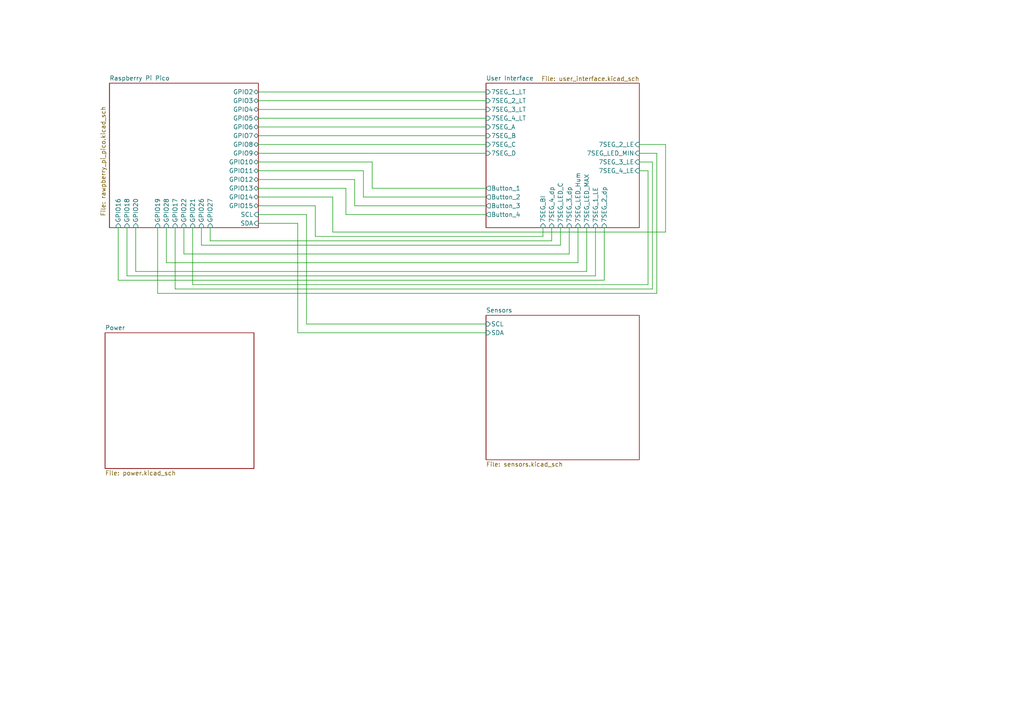
<source format=kicad_sch>
(kicad_sch
	(version 20250114)
	(generator "eeschema")
	(generator_version "9.0")
	(uuid "0b9d3690-03ac-4718-a721-d774fd5bc4e6")
	(paper "A4")
	(lib_symbols)
	(wire
		(pts
			(xy 185.42 46.99) (xy 189.23 46.99)
		)
		(stroke
			(width 0)
			(type default)
		)
		(uuid "02a2b0ff-76ec-4da4-8ec4-9dd725a409f1")
	)
	(wire
		(pts
			(xy 193.04 67.31) (xy 96.52 67.31)
		)
		(stroke
			(width 0)
			(type default)
		)
		(uuid "053b9471-fdea-4995-b777-11e876f1abb4")
	)
	(wire
		(pts
			(xy 187.96 82.55) (xy 55.88 82.55)
		)
		(stroke
			(width 0)
			(type default)
		)
		(uuid "05839ee2-1844-4642-8885-cc6cf18ab77c")
	)
	(wire
		(pts
			(xy 175.26 81.28) (xy 34.29 81.28)
		)
		(stroke
			(width 0)
			(type default)
		)
		(uuid "0722364d-28ec-44ba-92b1-6042b92f95a0")
	)
	(wire
		(pts
			(xy 102.87 52.07) (xy 102.87 59.69)
		)
		(stroke
			(width 0)
			(type default)
		)
		(uuid "0cbf7b18-c611-4bf9-af7e-b5fe200617c2")
	)
	(wire
		(pts
			(xy 55.88 82.55) (xy 55.88 66.04)
		)
		(stroke
			(width 0)
			(type default)
		)
		(uuid "0d485b9d-87e9-4a35-a95e-946fd445bc89")
	)
	(wire
		(pts
			(xy 102.87 59.69) (xy 140.97 59.69)
		)
		(stroke
			(width 0)
			(type default)
		)
		(uuid "0e3d5ac7-1788-4b72-b50f-b286251307ab")
	)
	(wire
		(pts
			(xy 74.93 59.69) (xy 91.44 59.69)
		)
		(stroke
			(width 0)
			(type default)
		)
		(uuid "0fbf1f2d-b5ca-403b-a100-ccdb4adde7a3")
	)
	(wire
		(pts
			(xy 185.42 44.45) (xy 190.5 44.45)
		)
		(stroke
			(width 0)
			(type default)
		)
		(uuid "0fc9490c-c714-4e8a-88b1-0feb2207604c")
	)
	(wire
		(pts
			(xy 74.93 39.37) (xy 140.97 39.37)
		)
		(stroke
			(width 0)
			(type default)
		)
		(uuid "13d12d35-97f8-4803-850c-1618430e1158")
	)
	(wire
		(pts
			(xy 175.26 66.04) (xy 175.26 81.28)
		)
		(stroke
			(width 0)
			(type default)
		)
		(uuid "173452aa-d873-4687-8dcf-7a7397d913df")
	)
	(wire
		(pts
			(xy 45.72 85.09) (xy 45.72 66.04)
		)
		(stroke
			(width 0)
			(type default)
		)
		(uuid "19cf039e-dd4e-43f6-8cf6-a252c40eece1")
	)
	(wire
		(pts
			(xy 74.93 62.23) (xy 88.9 62.23)
		)
		(stroke
			(width 0)
			(type default)
		)
		(uuid "1c34fb8e-982e-4a59-a51d-355e36edf561")
	)
	(wire
		(pts
			(xy 34.29 81.28) (xy 34.29 66.04)
		)
		(stroke
			(width 0)
			(type default)
		)
		(uuid "1e813766-9d69-44a1-9847-f3a4ee376a91")
	)
	(wire
		(pts
			(xy 74.93 46.99) (xy 107.95 46.99)
		)
		(stroke
			(width 0)
			(type default)
		)
		(uuid "22f75ed4-7004-41cd-8323-a3c140cbb612")
	)
	(wire
		(pts
			(xy 185.42 49.53) (xy 187.96 49.53)
		)
		(stroke
			(width 0)
			(type default)
		)
		(uuid "24fcd8b6-e902-4faa-89fc-82173c8c5b6c")
	)
	(wire
		(pts
			(xy 53.34 66.04) (xy 53.34 73.66)
		)
		(stroke
			(width 0)
			(type default)
		)
		(uuid "282b81b3-8a80-43ff-8cc5-eaf24896efd6")
	)
	(wire
		(pts
			(xy 50.8 83.82) (xy 50.8 66.04)
		)
		(stroke
			(width 0)
			(type default)
		)
		(uuid "28e3419c-6587-436b-8eab-8c5b817d9110")
	)
	(wire
		(pts
			(xy 74.93 52.07) (xy 102.87 52.07)
		)
		(stroke
			(width 0)
			(type default)
		)
		(uuid "31c37ebe-3f18-4357-a994-14dadbb24437")
	)
	(wire
		(pts
			(xy 74.93 49.53) (xy 105.41 49.53)
		)
		(stroke
			(width 0)
			(type default)
		)
		(uuid "3b419edd-2077-4be4-8aed-33edca8687be")
	)
	(wire
		(pts
			(xy 48.26 76.2) (xy 167.64 76.2)
		)
		(stroke
			(width 0)
			(type default)
		)
		(uuid "402e6fc4-aded-4956-ba49-782ac603d3b3")
	)
	(wire
		(pts
			(xy 74.93 26.67) (xy 140.97 26.67)
		)
		(stroke
			(width 0)
			(type default)
		)
		(uuid "45d0a1ba-2163-4557-8e15-0d11c0acc81d")
	)
	(wire
		(pts
			(xy 190.5 44.45) (xy 190.5 85.09)
		)
		(stroke
			(width 0)
			(type default)
		)
		(uuid "4c936232-ddf0-4a3a-9788-d59e69cc07ef")
	)
	(wire
		(pts
			(xy 170.18 78.74) (xy 39.37 78.74)
		)
		(stroke
			(width 0)
			(type default)
		)
		(uuid "54d99ea4-a4b3-4e7d-9c72-010428fde44f")
	)
	(wire
		(pts
			(xy 74.93 36.83) (xy 140.97 36.83)
		)
		(stroke
			(width 0)
			(type default)
		)
		(uuid "58beb824-dd95-4307-9e7f-b51930b7e5b1")
	)
	(wire
		(pts
			(xy 74.93 54.61) (xy 100.33 54.61)
		)
		(stroke
			(width 0)
			(type default)
		)
		(uuid "5bfe7549-1d8d-4b5c-8cc2-a53222e111dd")
	)
	(wire
		(pts
			(xy 189.23 46.99) (xy 189.23 83.82)
		)
		(stroke
			(width 0)
			(type default)
		)
		(uuid "6054daaf-8743-417e-9b80-d56804653127")
	)
	(wire
		(pts
			(xy 189.23 83.82) (xy 50.8 83.82)
		)
		(stroke
			(width 0)
			(type default)
		)
		(uuid "63eb92e0-7149-45aa-b4f2-54b155dd88e7")
	)
	(wire
		(pts
			(xy 193.04 41.91) (xy 193.04 67.31)
		)
		(stroke
			(width 0)
			(type default)
		)
		(uuid "69a80b5e-2918-4969-af73-eafb5cb76fc8")
	)
	(wire
		(pts
			(xy 172.72 80.01) (xy 172.72 66.04)
		)
		(stroke
			(width 0)
			(type default)
		)
		(uuid "6a4ea654-0317-4c22-bf02-5a236b6691a9")
	)
	(wire
		(pts
			(xy 88.9 62.23) (xy 88.9 93.98)
		)
		(stroke
			(width 0)
			(type default)
		)
		(uuid "6b748056-98a1-484b-aac0-2b3eb9cff540")
	)
	(wire
		(pts
			(xy 74.93 44.45) (xy 140.97 44.45)
		)
		(stroke
			(width 0)
			(type default)
		)
		(uuid "6d3c5e40-f585-4b5f-acf2-5dc4c2cadb76")
	)
	(wire
		(pts
			(xy 36.83 80.01) (xy 172.72 80.01)
		)
		(stroke
			(width 0)
			(type default)
		)
		(uuid "6f939e61-d4ec-47ad-9bfc-a32bbb634d46")
	)
	(wire
		(pts
			(xy 88.9 93.98) (xy 140.97 93.98)
		)
		(stroke
			(width 0)
			(type default)
		)
		(uuid "7169a10a-78e8-4f3a-bbd5-3176ec3eaf54")
	)
	(wire
		(pts
			(xy 91.44 59.69) (xy 91.44 68.58)
		)
		(stroke
			(width 0)
			(type default)
		)
		(uuid "7557c62f-5972-46e1-8324-87130f24485b")
	)
	(wire
		(pts
			(xy 91.44 68.58) (xy 157.48 68.58)
		)
		(stroke
			(width 0)
			(type default)
		)
		(uuid "7bd7314d-853e-4fd0-8aa9-57b2cfa7c646")
	)
	(wire
		(pts
			(xy 167.64 76.2) (xy 167.64 66.04)
		)
		(stroke
			(width 0)
			(type default)
		)
		(uuid "87805dcc-7df0-45c6-814a-b376681955df")
	)
	(wire
		(pts
			(xy 74.93 64.77) (xy 86.36 64.77)
		)
		(stroke
			(width 0)
			(type default)
		)
		(uuid "87b11651-9023-42ab-bc33-1aa1d07dd218")
	)
	(wire
		(pts
			(xy 48.26 66.04) (xy 48.26 76.2)
		)
		(stroke
			(width 0)
			(type default)
		)
		(uuid "8c2f34c1-f49c-4d23-8e25-fb4303e0bc2d")
	)
	(wire
		(pts
			(xy 74.93 34.29) (xy 140.97 34.29)
		)
		(stroke
			(width 0)
			(type default)
		)
		(uuid "8d565014-54ce-4333-bfb4-aca92ba7b754")
	)
	(wire
		(pts
			(xy 185.42 41.91) (xy 193.04 41.91)
		)
		(stroke
			(width 0)
			(type default)
		)
		(uuid "91b72ce0-0e8e-4a00-9dfa-c6ee1fbc7389")
	)
	(wire
		(pts
			(xy 96.52 67.31) (xy 96.52 57.15)
		)
		(stroke
			(width 0)
			(type default)
		)
		(uuid "949aa1e2-a7c7-425d-841f-836762e2b2e4")
	)
	(wire
		(pts
			(xy 165.1 73.66) (xy 165.1 66.04)
		)
		(stroke
			(width 0)
			(type default)
		)
		(uuid "9ac0a6e8-6df5-4288-b059-8d920655c316")
	)
	(wire
		(pts
			(xy 162.56 71.12) (xy 162.56 66.04)
		)
		(stroke
			(width 0)
			(type default)
		)
		(uuid "9bf5a3fa-24ea-4470-bfbd-102e00abd039")
	)
	(wire
		(pts
			(xy 60.96 66.04) (xy 60.96 69.85)
		)
		(stroke
			(width 0)
			(type default)
		)
		(uuid "9df5458d-8795-431a-84e9-985a6eef1350")
	)
	(wire
		(pts
			(xy 160.02 69.85) (xy 160.02 66.04)
		)
		(stroke
			(width 0)
			(type default)
		)
		(uuid "9e8fa071-23a7-4060-b44c-fc9e5f166b48")
	)
	(wire
		(pts
			(xy 53.34 73.66) (xy 165.1 73.66)
		)
		(stroke
			(width 0)
			(type default)
		)
		(uuid "9f5186af-2876-4def-8cff-cb0ae86b810c")
	)
	(wire
		(pts
			(xy 39.37 78.74) (xy 39.37 66.04)
		)
		(stroke
			(width 0)
			(type default)
		)
		(uuid "a01acbf8-79f6-4149-aa76-862410eb77fe")
	)
	(wire
		(pts
			(xy 107.95 46.99) (xy 107.95 54.61)
		)
		(stroke
			(width 0)
			(type default)
		)
		(uuid "a5346405-f2a7-4953-afc9-58364581fda7")
	)
	(wire
		(pts
			(xy 58.42 66.04) (xy 58.42 71.12)
		)
		(stroke
			(width 0)
			(type default)
		)
		(uuid "ac7eea38-53e7-4d5f-a85a-db8754a309dc")
	)
	(wire
		(pts
			(xy 190.5 85.09) (xy 45.72 85.09)
		)
		(stroke
			(width 0)
			(type default)
		)
		(uuid "b2b8ec79-dd62-4af0-81a7-cfcae8737171")
	)
	(wire
		(pts
			(xy 100.33 62.23) (xy 140.97 62.23)
		)
		(stroke
			(width 0)
			(type default)
		)
		(uuid "b43ddcb5-af95-4fb4-af77-55a2bc38c638")
	)
	(wire
		(pts
			(xy 74.93 29.21) (xy 140.97 29.21)
		)
		(stroke
			(width 0)
			(type default)
		)
		(uuid "b453f48c-7104-472c-979d-41afbff1ad33")
	)
	(wire
		(pts
			(xy 58.42 71.12) (xy 162.56 71.12)
		)
		(stroke
			(width 0)
			(type default)
		)
		(uuid "be3129e8-8462-4f27-84f5-aaee0f95fbc0")
	)
	(wire
		(pts
			(xy 170.18 66.04) (xy 170.18 78.74)
		)
		(stroke
			(width 0)
			(type default)
		)
		(uuid "bf63d67b-1c44-4a49-9483-fb1c5c395bae")
	)
	(wire
		(pts
			(xy 157.48 68.58) (xy 157.48 66.04)
		)
		(stroke
			(width 0)
			(type default)
		)
		(uuid "c25cbfcb-9aed-4d69-a4a2-96df8096e384")
	)
	(wire
		(pts
			(xy 107.95 54.61) (xy 140.97 54.61)
		)
		(stroke
			(width 0)
			(type default)
		)
		(uuid "ccad0d85-17fa-494a-9263-16d11433d6cd")
	)
	(wire
		(pts
			(xy 36.83 66.04) (xy 36.83 80.01)
		)
		(stroke
			(width 0)
			(type default)
		)
		(uuid "ccd53d76-c1c9-4f2e-a4fa-a31a1fdc2e75")
	)
	(wire
		(pts
			(xy 100.33 54.61) (xy 100.33 62.23)
		)
		(stroke
			(width 0)
			(type default)
		)
		(uuid "d0d4ae5b-9610-450a-95fd-0c956890ae5b")
	)
	(wire
		(pts
			(xy 86.36 64.77) (xy 86.36 96.52)
		)
		(stroke
			(width 0)
			(type default)
		)
		(uuid "d53989ba-e278-4692-a65c-5ac4056fb99d")
	)
	(wire
		(pts
			(xy 86.36 96.52) (xy 140.97 96.52)
		)
		(stroke
			(width 0)
			(type default)
		)
		(uuid "d7aed86b-d5e5-42c0-a82a-5c1f1153e98a")
	)
	(wire
		(pts
			(xy 74.93 31.75) (xy 140.97 31.75)
		)
		(stroke
			(width 0)
			(type default)
		)
		(uuid "d8dfa530-5f96-403f-b379-874d14df164a")
	)
	(wire
		(pts
			(xy 187.96 49.53) (xy 187.96 82.55)
		)
		(stroke
			(width 0)
			(type default)
		)
		(uuid "dedf348c-f65d-415b-9dc8-69b0eb638afa")
	)
	(wire
		(pts
			(xy 96.52 57.15) (xy 74.93 57.15)
		)
		(stroke
			(width 0)
			(type default)
		)
		(uuid "e528daab-ac29-4e4a-8819-bf2dbd684c54")
	)
	(wire
		(pts
			(xy 60.96 69.85) (xy 160.02 69.85)
		)
		(stroke
			(width 0)
			(type default)
		)
		(uuid "e7c39788-b272-4e93-a18d-8dfcd4b1934d")
	)
	(wire
		(pts
			(xy 105.41 57.15) (xy 140.97 57.15)
		)
		(stroke
			(width 0)
			(type default)
		)
		(uuid "e8ed5642-9db1-42be-9ab5-75c3b7fbf34b")
	)
	(wire
		(pts
			(xy 105.41 49.53) (xy 105.41 57.15)
		)
		(stroke
			(width 0)
			(type default)
		)
		(uuid "f12bb2d4-6ecf-4ffb-8649-578cb34ee7e7")
	)
	(wire
		(pts
			(xy 74.93 41.91) (xy 140.97 41.91)
		)
		(stroke
			(width 0)
			(type default)
		)
		(uuid "fc7db08c-623d-45f3-a986-2f627e89ac75")
	)
	(sheet
		(at 140.97 91.44)
		(size 44.45 41.91)
		(exclude_from_sim no)
		(in_bom yes)
		(on_board yes)
		(dnp no)
		(fields_autoplaced yes)
		(stroke
			(width 0.1524)
			(type solid)
		)
		(fill
			(color 0 0 0 0.0000)
		)
		(uuid "5fe622be-2fbe-4fed-9f59-bd26a10dcc1e")
		(property "Sheetname" "Sensors"
			(at 140.97 90.7284 0)
			(effects
				(font
					(size 1.27 1.27)
				)
				(justify left bottom)
			)
		)
		(property "Sheetfile" "sensors.kicad_sch"
			(at 140.97 133.9346 0)
			(effects
				(font
					(size 1.27 1.27)
				)
				(justify left top)
			)
		)
		(pin "SDA" input
			(at 140.97 96.52 180)
			(uuid "713fe487-b9e8-4de9-92dc-ee32bab49ee1")
			(effects
				(font
					(size 1.27 1.27)
				)
				(justify left)
			)
		)
		(pin "SCL" input
			(at 140.97 93.98 180)
			(uuid "f6df8e82-295e-4034-9008-7a3b51f6904d")
			(effects
				(font
					(size 1.27 1.27)
				)
				(justify left)
			)
		)
		(instances
			(project "WSEN-HIDS_Demo_Board"
				(path "/0b9d3690-03ac-4718-a721-d774fd5bc4e6"
					(page "3")
				)
			)
		)
	)
	(sheet
		(at 140.97 24.13)
		(size 44.45 41.91)
		(exclude_from_sim no)
		(in_bom yes)
		(on_board yes)
		(dnp no)
		(stroke
			(width 0.1524)
			(type solid)
		)
		(fill
			(color 0 0 0 0.0000)
		)
		(uuid "9e0e4e3f-3c7c-4b3a-bc30-30a8de879c94")
		(property "Sheetname" "User Interface"
			(at 140.97 23.4184 0)
			(effects
				(font
					(size 1.27 1.27)
				)
				(justify left bottom)
			)
		)
		(property "Sheetfile" "user_interface.kicad_sch"
			(at 156.972 22.098 0)
			(effects
				(font
					(size 1.27 1.27)
				)
				(justify left top)
			)
		)
		(pin "Button_1" output
			(at 140.97 54.61 180)
			(uuid "e92e585b-e0dd-4fe6-bca7-55a745d2f349")
			(effects
				(font
					(size 1.27 1.27)
				)
				(justify left)
			)
		)
		(pin "Button_2" output
			(at 140.97 57.15 180)
			(uuid "0f997b69-9dfe-478e-b450-febf47ac5927")
			(effects
				(font
					(size 1.27 1.27)
				)
				(justify left)
			)
		)
		(pin "Button_3" output
			(at 140.97 59.69 180)
			(uuid "a04a3176-d459-4676-8437-18c874a12098")
			(effects
				(font
					(size 1.27 1.27)
				)
				(justify left)
			)
		)
		(pin "Button_4" output
			(at 140.97 62.23 180)
			(uuid "a355cf42-20fd-4476-b01d-d4ce8fda97f2")
			(effects
				(font
					(size 1.27 1.27)
				)
				(justify left)
			)
		)
		(pin "7SEG_1_LT" input
			(at 140.97 26.67 180)
			(uuid "2be0edff-a6db-4568-ad87-77f5aa9fa1bf")
			(effects
				(font
					(size 1.27 1.27)
				)
				(justify left)
			)
		)
		(pin "7SEG_2_LT" input
			(at 140.97 29.21 180)
			(uuid "8475fb43-e3e7-41ef-af81-e5c1b3d2fb01")
			(effects
				(font
					(size 1.27 1.27)
				)
				(justify left)
			)
		)
		(pin "7SEG_3_LT" input
			(at 140.97 31.75 180)
			(uuid "4c31f386-202f-4d5f-957d-e8ece2edfa93")
			(effects
				(font
					(size 1.27 1.27)
				)
				(justify left)
			)
		)
		(pin "7SEG_4_LT" input
			(at 140.97 34.29 180)
			(uuid "5e085843-43d4-4b42-a8c2-396d7b8c5e94")
			(effects
				(font
					(size 1.27 1.27)
				)
				(justify left)
			)
		)
		(pin "7SEG_A" input
			(at 140.97 36.83 180)
			(uuid "30b12fb8-96ef-453f-a485-e2054c69c362")
			(effects
				(font
					(size 1.27 1.27)
				)
				(justify left)
			)
		)
		(pin "7SEG_B" input
			(at 140.97 39.37 180)
			(uuid "b7f3e0f9-4bbc-426e-a37f-54f7a0f770e1")
			(effects
				(font
					(size 1.27 1.27)
				)
				(justify left)
			)
		)
		(pin "7SEG_C" input
			(at 140.97 41.91 180)
			(uuid "255987f5-1613-44b1-80db-05edbea49265")
			(effects
				(font
					(size 1.27 1.27)
				)
				(justify left)
			)
		)
		(pin "7SEG_D" input
			(at 140.97 44.45 180)
			(uuid "6c12793c-8956-45d9-887f-4e7d7bda0c42")
			(effects
				(font
					(size 1.27 1.27)
				)
				(justify left)
			)
		)
		(pin "7SEG_BI" input
			(at 157.48 66.04 270)
			(uuid "7d4174b2-2fab-48fd-a3cd-95a463308823")
			(effects
				(font
					(size 1.27 1.27)
				)
				(justify left)
			)
		)
		(pin "7SEG_4_dp" input
			(at 160.02 66.04 270)
			(uuid "a97d0b17-d36f-4fc1-bc53-c01fd1f62f36")
			(effects
				(font
					(size 1.27 1.27)
				)
				(justify left)
			)
		)
		(pin "7SEG_LED_C" input
			(at 162.56 66.04 270)
			(uuid "b52c3449-9d60-4457-aa11-d6c8f59c5e75")
			(effects
				(font
					(size 1.27 1.27)
				)
				(justify left)
			)
		)
		(pin "7SEG_3_dp" input
			(at 165.1 66.04 270)
			(uuid "d1cf75c7-cb96-4418-9f99-b0aede9d0fd5")
			(effects
				(font
					(size 1.27 1.27)
				)
				(justify left)
			)
		)
		(pin "7SEG_LED_Hum" input
			(at 167.64 66.04 270)
			(uuid "534ee878-300b-49b1-b709-885fb559a776")
			(effects
				(font
					(size 1.27 1.27)
				)
				(justify left)
			)
		)
		(pin "7SEG_LED_MAX" input
			(at 170.18 66.04 270)
			(uuid "129c1ff0-0631-438b-a7b2-bafd893a1a3c")
			(effects
				(font
					(size 1.27 1.27)
				)
				(justify left)
			)
		)
		(pin "7SEG_1_LE" input
			(at 172.72 66.04 270)
			(uuid "89f1246e-40ad-4dff-9f02-e97f0acce0a1")
			(effects
				(font
					(size 1.27 1.27)
				)
				(justify left)
			)
		)
		(pin "7SEG_2_dp" input
			(at 175.26 66.04 270)
			(uuid "b3c86d6f-63dc-46c9-8c5f-3d8d2a93576c")
			(effects
				(font
					(size 1.27 1.27)
				)
				(justify left)
			)
		)
		(pin "7SEG_4_LE" input
			(at 185.42 49.53 0)
			(uuid "0b1a53a3-d6dc-4179-95bf-401cf2ec044d")
			(effects
				(font
					(size 1.27 1.27)
				)
				(justify right)
			)
		)
		(pin "7SEG_3_LE" input
			(at 185.42 46.99 0)
			(uuid "6fd59c0a-8e4a-48b9-93b2-c0d88c305893")
			(effects
				(font
					(size 1.27 1.27)
				)
				(justify right)
			)
		)
		(pin "7SEG_LED_MIN" input
			(at 185.42 44.45 0)
			(uuid "2e00f41d-2cd2-4423-9df6-c5c5958e2f63")
			(effects
				(font
					(size 1.27 1.27)
				)
				(justify right)
			)
		)
		(pin "7SEG_2_LE" input
			(at 185.42 41.91 0)
			(uuid "2a3e40af-62d2-48a1-804c-7a3d912dfd3c")
			(effects
				(font
					(size 1.27 1.27)
				)
				(justify right)
			)
		)
		(instances
			(project "WSEN-HIDS_Demo_Board"
				(path "/0b9d3690-03ac-4718-a721-d774fd5bc4e6"
					(page "4")
				)
			)
		)
	)
	(sheet
		(at 30.48 96.52)
		(size 43.18 39.37)
		(exclude_from_sim no)
		(in_bom yes)
		(on_board yes)
		(dnp no)
		(fields_autoplaced yes)
		(stroke
			(width 0.1524)
			(type solid)
		)
		(fill
			(color 0 0 0 0.0000)
		)
		(uuid "da043c4a-e63b-4285-ab79-e3083cebdb2b")
		(property "Sheetname" "Power"
			(at 30.48 95.8084 0)
			(effects
				(font
					(size 1.27 1.27)
				)
				(justify left bottom)
			)
		)
		(property "Sheetfile" "power.kicad_sch"
			(at 30.48 136.4746 0)
			(effects
				(font
					(size 1.27 1.27)
				)
				(justify left top)
			)
		)
		(instances
			(project "WSEN-HIDS_Demo_Board"
				(path "/0b9d3690-03ac-4718-a721-d774fd5bc4e6"
					(page "5")
				)
			)
		)
	)
	(sheet
		(at 31.75 24.13)
		(size 43.18 41.91)
		(exclude_from_sim no)
		(in_bom yes)
		(on_board yes)
		(dnp no)
		(stroke
			(width 0.1524)
			(type solid)
		)
		(fill
			(color 0 0 0 0.0000)
		)
		(uuid "faf2ce06-15fe-4950-87f7-f180a1f62497")
		(property "Sheetname" "Raspberry Pi Pico"
			(at 31.75 23.4184 0)
			(effects
				(font
					(size 1.27 1.27)
				)
				(justify left bottom)
			)
		)
		(property "Sheetfile" "rawpberry_pi_pico.kicad_sch"
			(at 29.21 62.738 90)
			(effects
				(font
					(size 1.27 1.27)
				)
				(justify left top)
			)
		)
		(pin "GPIO2" bidirectional
			(at 74.93 26.67 0)
			(uuid "469d7bab-3a42-4303-8fa6-c839efccfaaa")
			(effects
				(font
					(size 1.27 1.27)
				)
				(justify right)
			)
		)
		(pin "GPIO3" bidirectional
			(at 74.93 29.21 0)
			(uuid "fba18e4a-b4ae-41dd-8ee7-5dec247466ef")
			(effects
				(font
					(size 1.27 1.27)
				)
				(justify right)
			)
		)
		(pin "GPIO4" bidirectional
			(at 74.93 31.75 0)
			(uuid "6bc549ee-ac8a-4915-8673-aebeb80bd92f")
			(effects
				(font
					(size 1.27 1.27)
				)
				(justify right)
			)
		)
		(pin "GPIO5" bidirectional
			(at 74.93 34.29 0)
			(uuid "d96cfb5b-769a-4971-b45f-e0c184a971be")
			(effects
				(font
					(size 1.27 1.27)
				)
				(justify right)
			)
		)
		(pin "GPIO6" bidirectional
			(at 74.93 36.83 0)
			(uuid "220363bf-86ca-457b-86f8-f14d96a4caa9")
			(effects
				(font
					(size 1.27 1.27)
				)
				(justify right)
			)
		)
		(pin "GPIO7" bidirectional
			(at 74.93 39.37 0)
			(uuid "768cb11d-d81d-407e-ab0a-d5efeb56c6dc")
			(effects
				(font
					(size 1.27 1.27)
				)
				(justify right)
			)
		)
		(pin "GPIO8" bidirectional
			(at 74.93 41.91 0)
			(uuid "6df97e66-191f-4036-9137-d1c3dc222b8d")
			(effects
				(font
					(size 1.27 1.27)
				)
				(justify right)
			)
		)
		(pin "GPIO9" bidirectional
			(at 74.93 44.45 0)
			(uuid "07fe4313-406d-4ee5-be64-d8548c6627ff")
			(effects
				(font
					(size 1.27 1.27)
				)
				(justify right)
			)
		)
		(pin "GPIO10" bidirectional
			(at 74.93 46.99 0)
			(uuid "ce4f0181-f6ff-4602-bea5-94a609e234fb")
			(effects
				(font
					(size 1.27 1.27)
				)
				(justify right)
			)
		)
		(pin "GPIO11" bidirectional
			(at 74.93 49.53 0)
			(uuid "c1438077-4fad-4da5-bd68-526d74abe312")
			(effects
				(font
					(size 1.27 1.27)
				)
				(justify right)
			)
		)
		(pin "GPIO12" bidirectional
			(at 74.93 52.07 0)
			(uuid "28219669-70aa-4ae3-b8ee-77ff1b2d775f")
			(effects
				(font
					(size 1.27 1.27)
				)
				(justify right)
			)
		)
		(pin "GPIO13" bidirectional
			(at 74.93 54.61 0)
			(uuid "ac4ca277-f57d-4493-8d6f-8e3873c9473a")
			(effects
				(font
					(size 1.27 1.27)
				)
				(justify right)
			)
		)
		(pin "GPIO14" bidirectional
			(at 74.93 57.15 0)
			(uuid "86a824c6-4130-4eb5-855b-18270f06585c")
			(effects
				(font
					(size 1.27 1.27)
				)
				(justify right)
			)
		)
		(pin "GPIO15" bidirectional
			(at 74.93 59.69 0)
			(uuid "ba9b8612-3090-4fdd-8baa-bf290765c5cc")
			(effects
				(font
					(size 1.27 1.27)
				)
				(justify right)
			)
		)
		(pin "SCL" input
			(at 74.93 62.23 0)
			(uuid "a57e2037-166a-4110-9d16-398048966290")
			(effects
				(font
					(size 1.27 1.27)
				)
				(justify right)
			)
		)
		(pin "SDA" input
			(at 74.93 64.77 0)
			(uuid "7b55f58f-8e6c-4cd7-942d-d1e62193dde8")
			(effects
				(font
					(size 1.27 1.27)
				)
				(justify right)
			)
		)
		(pin "GPIO22" input
			(at 53.34 66.04 270)
			(uuid "50ad31c5-6a3e-4409-82c1-e8b172a165c0")
			(effects
				(font
					(size 1.27 1.27)
				)
				(justify left)
			)
		)
		(pin "GPIO26" input
			(at 58.42 66.04 270)
			(uuid "df53a41a-49d2-4920-bc70-877ce10617f8")
			(effects
				(font
					(size 1.27 1.27)
				)
				(justify left)
			)
		)
		(pin "GPIO16" input
			(at 34.29 66.04 270)
			(uuid "84e3ec33-e49b-472f-917c-662f40ecadd0")
			(effects
				(font
					(size 1.27 1.27)
				)
				(justify left)
			)
		)
		(pin "GPIO18" input
			(at 36.83 66.04 270)
			(uuid "697d164c-0e4b-4fae-8187-2c21edffb48b")
			(effects
				(font
					(size 1.27 1.27)
				)
				(justify left)
			)
		)
		(pin "GPIO20" input
			(at 39.37 66.04 270)
			(uuid "46df467a-8082-4333-bd2f-1e2249c81896")
			(effects
				(font
					(size 1.27 1.27)
				)
				(justify left)
			)
		)
		(pin "GPIO19" input
			(at 45.72 66.04 270)
			(uuid "7a16aff8-0ae8-4367-a7e4-1cd71f630dee")
			(effects
				(font
					(size 1.27 1.27)
				)
				(justify left)
			)
		)
		(pin "GPIO28" input
			(at 48.26 66.04 270)
			(uuid "cb37dba2-62c4-4f42-b4ba-9bf6e8eaa84b")
			(effects
				(font
					(size 1.27 1.27)
				)
				(justify left)
			)
		)
		(pin "GPIO17" input
			(at 50.8 66.04 270)
			(uuid "d1886055-cb7b-428a-b789-1ed79218f08b")
			(effects
				(font
					(size 1.27 1.27)
				)
				(justify left)
			)
		)
		(pin "GPIO27" input
			(at 60.96 66.04 270)
			(uuid "4e5dd0ac-ce25-47db-b2ae-cd509886423e")
			(effects
				(font
					(size 1.27 1.27)
				)
				(justify left)
			)
		)
		(pin "GPIO21" input
			(at 55.88 66.04 270)
			(uuid "11b401f3-b8dc-4aed-a3ff-082ecdff7421")
			(effects
				(font
					(size 1.27 1.27)
				)
				(justify left)
			)
		)
		(instances
			(project "WSEN-HIDS_Demo_Board"
				(path "/0b9d3690-03ac-4718-a721-d774fd5bc4e6"
					(page "2")
				)
			)
		)
	)
	(sheet_instances
		(path "/"
			(page "1")
		)
	)
	(embedded_fonts no)
)

</source>
